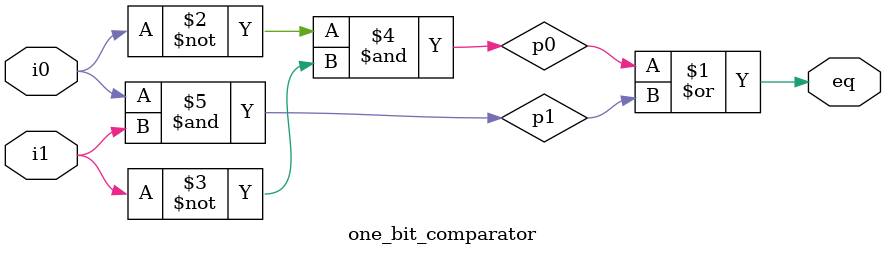
<source format=v>
`timescale 1ns / 1ps
module one_bit_comparator(
     input i0, i1,
	  output eq
    );

wire p0, p1;

assign eq = p0 | p1;

assign p0 = ~i0 & ~i1;
assign p1 = i0 & i1;


endmodule

</source>
